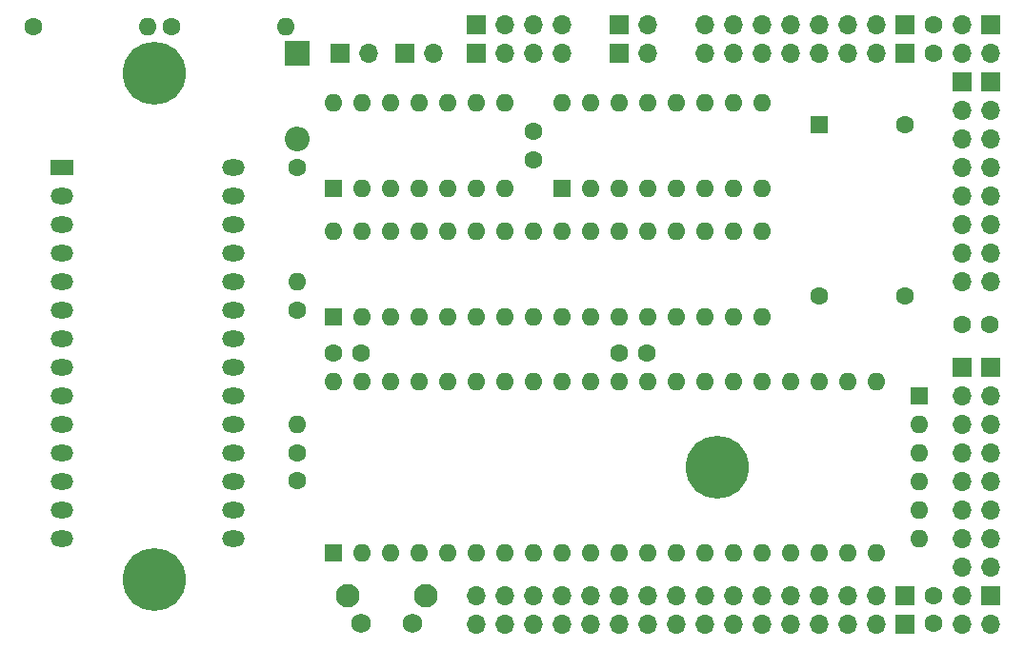
<source format=gbs>
G04 #@! TF.GenerationSoftware,KiCad,Pcbnew,8.0.5-8.0.5-0~ubuntu22.04.1*
G04 #@! TF.CreationDate,2024-10-01T15:38:48-06:00*
G04 #@! TF.ProjectId,z80 RPM,7a383020-5250-44d2-9e6b-696361645f70,1.1*
G04 #@! TF.SameCoordinates,Original*
G04 #@! TF.FileFunction,Soldermask,Bot*
G04 #@! TF.FilePolarity,Negative*
%FSLAX46Y46*%
G04 Gerber Fmt 4.6, Leading zero omitted, Abs format (unit mm)*
G04 Created by KiCad (PCBNEW 8.0.5-8.0.5-0~ubuntu22.04.1) date 2024-10-01 15:38:48*
%MOMM*%
%LPD*%
G01*
G04 APERTURE LIST*
%ADD10R,1.700000X1.700000*%
%ADD11O,1.700000X1.700000*%
%ADD12R,2.000000X1.440000*%
%ADD13O,2.000000X1.440000*%
%ADD14R,1.600000X1.600000*%
%ADD15C,1.600000*%
%ADD16O,1.600000X1.600000*%
%ADD17R,2.200000X2.200000*%
%ADD18O,2.200000X2.200000*%
%ADD19C,3.600000*%
%ADD20C,5.600000*%
%ADD21C,2.100000*%
%ADD22C,1.750000*%
G04 APERTURE END LIST*
D10*
X127345900Y-80102900D03*
D11*
X124805900Y-80102900D03*
X122265900Y-80102900D03*
X119725900Y-80102900D03*
X117185900Y-80102900D03*
X114645900Y-80102900D03*
X112105900Y-80102900D03*
X109565900Y-80102900D03*
X107025900Y-80102900D03*
X104485900Y-80102900D03*
X101945900Y-80102900D03*
X99405900Y-80102900D03*
X96865900Y-80102900D03*
X94325900Y-80102900D03*
X91785900Y-80102900D03*
X89245900Y-80102900D03*
D10*
X134965900Y-29302900D03*
D11*
X132425900Y-29302900D03*
X134965900Y-31842900D03*
X132425900Y-31842900D03*
D10*
X132425900Y-34382900D03*
D11*
X132425900Y-36922900D03*
X132425900Y-39462900D03*
X132425900Y-42002900D03*
X132425900Y-44542900D03*
X132425900Y-47082900D03*
X132425900Y-49622900D03*
X132425900Y-52162900D03*
D12*
X52415900Y-42002900D03*
D13*
X52415900Y-44542900D03*
X52415900Y-47082900D03*
X52415900Y-49622900D03*
X52415900Y-52162900D03*
X52415900Y-54702900D03*
X52415900Y-57242900D03*
X52415900Y-59782900D03*
X52415900Y-62322900D03*
X52415900Y-64862900D03*
X52415900Y-67402900D03*
X52415900Y-69942900D03*
X52415900Y-72482900D03*
X52415900Y-75022900D03*
X67655900Y-75022900D03*
X67655900Y-72482900D03*
X67655900Y-69942900D03*
X67655900Y-67402900D03*
X67655900Y-64862900D03*
X67655900Y-62322900D03*
X67655900Y-59782900D03*
X67655900Y-57242900D03*
X67655900Y-54702900D03*
X67655900Y-52162900D03*
X67655900Y-49622900D03*
X67655900Y-47082900D03*
X67655900Y-44542900D03*
X67655900Y-42002900D03*
D14*
X119725900Y-38192900D03*
D15*
X119725900Y-53432900D03*
X127345900Y-53432900D03*
X127345900Y-38192900D03*
X62170000Y-29500000D03*
D16*
X72330000Y-29500000D03*
D14*
X76545900Y-55337900D03*
D16*
X79085900Y-55337900D03*
X81625900Y-55337900D03*
X84165900Y-55337900D03*
X86705900Y-55337900D03*
X89245900Y-55337900D03*
X91785900Y-55337900D03*
X94325900Y-55337900D03*
X96865900Y-55337900D03*
X99405900Y-55337900D03*
X101945900Y-55337900D03*
X104485900Y-55337900D03*
X107025900Y-55337900D03*
X109565900Y-55337900D03*
X112105900Y-55337900D03*
X114645900Y-55337900D03*
X114645900Y-47717900D03*
X112105900Y-47717900D03*
X109565900Y-47717900D03*
X107025900Y-47717900D03*
X104485900Y-47717900D03*
X101945900Y-47717900D03*
X99405900Y-47717900D03*
X96865900Y-47717900D03*
X94325900Y-47717900D03*
X91785900Y-47717900D03*
X89245900Y-47717900D03*
X86705900Y-47717900D03*
X84165900Y-47717900D03*
X81625900Y-47717900D03*
X79085900Y-47717900D03*
X76545900Y-47717900D03*
D10*
X101945900Y-31842900D03*
D11*
X104485900Y-31842900D03*
D15*
X94325900Y-38827900D03*
X94325900Y-41327900D03*
X73370900Y-42002900D03*
D16*
X73370900Y-52162900D03*
D17*
X73370900Y-31842900D03*
D18*
X73370900Y-39462900D03*
D15*
X101945900Y-58512900D03*
X104445900Y-58512900D03*
D10*
X132425900Y-59782900D03*
D11*
X132425900Y-62322900D03*
X132425900Y-64862900D03*
X132425900Y-67402900D03*
X132425900Y-69942900D03*
X132425900Y-72482900D03*
X132425900Y-75022900D03*
X132425900Y-77562900D03*
D19*
X60670900Y-33672900D03*
D20*
X60670900Y-33672900D03*
D10*
X89245900Y-29302900D03*
D11*
X91785900Y-29302900D03*
X94325900Y-29302900D03*
X96865900Y-29302900D03*
D19*
X110670900Y-68672900D03*
D20*
X110670900Y-68672900D03*
D15*
X49920000Y-29500000D03*
D16*
X60080000Y-29500000D03*
D10*
X134965900Y-34382900D03*
D11*
X134965900Y-36922900D03*
X134965900Y-39462900D03*
X134965900Y-42002900D03*
X134965900Y-44542900D03*
X134965900Y-47082900D03*
X134965900Y-49622900D03*
X134965900Y-52162900D03*
D14*
X128615900Y-62322900D03*
D16*
X128615900Y-64862900D03*
X128615900Y-67402900D03*
X128615900Y-69942900D03*
X128615900Y-72482900D03*
X128615900Y-75022900D03*
D19*
X60670900Y-78672900D03*
D20*
X60670900Y-78672900D03*
D10*
X134965900Y-59782900D03*
D11*
X134965900Y-62322900D03*
X134965900Y-64862900D03*
X134965900Y-67402900D03*
X134965900Y-69942900D03*
X134965900Y-72482900D03*
X134965900Y-75022900D03*
X134965900Y-77562900D03*
D21*
X84825900Y-80102900D03*
X77815900Y-80102900D03*
D22*
X83575900Y-82592900D03*
X79075900Y-82592900D03*
D14*
X76545900Y-43907900D03*
D16*
X79085900Y-43907900D03*
X81625900Y-43907900D03*
X84165900Y-43907900D03*
X86705900Y-43907900D03*
X89245900Y-43907900D03*
X91785900Y-43907900D03*
X91785900Y-36287900D03*
X89245900Y-36287900D03*
X86705900Y-36287900D03*
X84165900Y-36287900D03*
X81625900Y-36287900D03*
X79085900Y-36287900D03*
X76545900Y-36287900D03*
D10*
X101945900Y-29302900D03*
D11*
X104485900Y-29302900D03*
D15*
X73370900Y-54702900D03*
D16*
X73370900Y-64862900D03*
D10*
X127345900Y-31842900D03*
D11*
X124805900Y-31842900D03*
X122265900Y-31842900D03*
X119725900Y-31842900D03*
X117185900Y-31842900D03*
X114645900Y-31842900D03*
X112105900Y-31842900D03*
X109565900Y-31842900D03*
D10*
X134965900Y-80102900D03*
D11*
X132425900Y-80102900D03*
X134965900Y-82642900D03*
X132425900Y-82642900D03*
D15*
X129885900Y-80102900D03*
X129885900Y-82602900D03*
D14*
X96865900Y-43907900D03*
D16*
X99405900Y-43907900D03*
X101945900Y-43907900D03*
X104485900Y-43907900D03*
X107025900Y-43907900D03*
X109565900Y-43907900D03*
X112105900Y-43907900D03*
X114645900Y-43907900D03*
X114645900Y-36287900D03*
X112105900Y-36287900D03*
X109565900Y-36287900D03*
X107025900Y-36287900D03*
X104485900Y-36287900D03*
X101945900Y-36287900D03*
X99405900Y-36287900D03*
X96865900Y-36287900D03*
D10*
X82895900Y-31842900D03*
D11*
X85435900Y-31842900D03*
D15*
X79065900Y-58512900D03*
X76565900Y-58512900D03*
D10*
X127345900Y-29302900D03*
D11*
X124805900Y-29302900D03*
X122265900Y-29302900D03*
X119725900Y-29302900D03*
X117185900Y-29302900D03*
X114645900Y-29302900D03*
X112105900Y-29302900D03*
X109565900Y-29302900D03*
D14*
X76545900Y-76292900D03*
D16*
X79085900Y-76292900D03*
X81625900Y-76292900D03*
X84165900Y-76292900D03*
X86705900Y-76292900D03*
X89245900Y-76292900D03*
X91785900Y-76292900D03*
X94325900Y-76292900D03*
X96865900Y-76292900D03*
X99405900Y-76292900D03*
X101945900Y-76292900D03*
X104485900Y-76292900D03*
X107025900Y-76292900D03*
X109565900Y-76292900D03*
X112105900Y-76292900D03*
X114645900Y-76292900D03*
X117185900Y-76292900D03*
X119725900Y-76292900D03*
X122265900Y-76292900D03*
X124805900Y-76292900D03*
X124805900Y-61052900D03*
X122265900Y-61052900D03*
X119725900Y-61052900D03*
X117185900Y-61052900D03*
X114645900Y-61052900D03*
X112105900Y-61052900D03*
X109565900Y-61052900D03*
X107025900Y-61052900D03*
X104485900Y-61052900D03*
X101945900Y-61052900D03*
X99405900Y-61052900D03*
X96865900Y-61052900D03*
X94325900Y-61052900D03*
X91785900Y-61052900D03*
X89245900Y-61052900D03*
X86705900Y-61052900D03*
X84165900Y-61052900D03*
X81625900Y-61052900D03*
X79085900Y-61052900D03*
X76545900Y-61052900D03*
D10*
X89245900Y-31842900D03*
D11*
X91785900Y-31842900D03*
X94325900Y-31842900D03*
X96865900Y-31842900D03*
D15*
X129885900Y-29342900D03*
X129885900Y-31842900D03*
X132445900Y-55972900D03*
X134945900Y-55972900D03*
D10*
X127345900Y-82642900D03*
D11*
X124805900Y-82642900D03*
X122265900Y-82642900D03*
X119725900Y-82642900D03*
X117185900Y-82642900D03*
X114645900Y-82642900D03*
X112105900Y-82642900D03*
X109565900Y-82642900D03*
X107025900Y-82642900D03*
X104485900Y-82642900D03*
X101945900Y-82642900D03*
X99405900Y-82642900D03*
X96865900Y-82642900D03*
X94325900Y-82642900D03*
X91785900Y-82642900D03*
X89245900Y-82642900D03*
D15*
X73370900Y-69922900D03*
X73370900Y-67422900D03*
D10*
X77180900Y-31842900D03*
D11*
X79720900Y-31842900D03*
M02*

</source>
